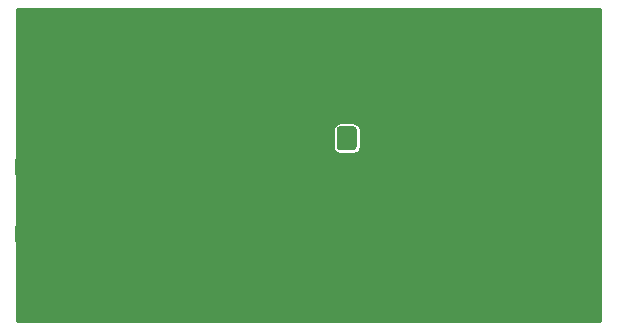
<source format=gbr>
%TF.GenerationSoftware,KiCad,Pcbnew,5.1.9-73d0e3b20d~88~ubuntu20.04.1*%
%TF.CreationDate,2021-01-30T11:41:37+01:00*%
%TF.ProjectId,mhl21336_pa,6d686c32-3133-4333-965f-70612e6b6963,1*%
%TF.SameCoordinates,Original*%
%TF.FileFunction,Copper,L2,Bot*%
%TF.FilePolarity,Positive*%
%FSLAX46Y46*%
G04 Gerber Fmt 4.6, Leading zero omitted, Abs format (unit mm)*
G04 Created by KiCad (PCBNEW 5.1.9-73d0e3b20d~88~ubuntu20.04.1) date 2021-01-30 11:41:37*
%MOMM*%
%LPD*%
G01*
G04 APERTURE LIST*
%TA.AperFunction,ComponentPad*%
%ADD10O,1.700000X2.000000*%
%TD*%
%TA.AperFunction,SMDPad,CuDef*%
%ADD11R,4.200000X1.350000*%
%TD*%
%TA.AperFunction,ComponentPad*%
%ADD12C,5.600000*%
%TD*%
%TA.AperFunction,ViaPad*%
%ADD13C,0.800000*%
%TD*%
%TA.AperFunction,Conductor*%
%ADD14C,0.254000*%
%TD*%
%TA.AperFunction,Conductor*%
%ADD15C,0.100000*%
%TD*%
G04 APERTURE END LIST*
D10*
%TO.P,J3,2*%
%TO.N,GND*%
X134250000Y-54250000D03*
%TO.P,J3,1*%
%TO.N,Net-(C2-Pad1)*%
%TA.AperFunction,ComponentPad*%
G36*
G01*
X130900000Y-55000000D02*
X130900000Y-53500000D01*
G75*
G02*
X131150000Y-53250000I250000J0D01*
G01*
X132350000Y-53250000D01*
G75*
G02*
X132600000Y-53500000I0J-250000D01*
G01*
X132600000Y-55000000D01*
G75*
G02*
X132350000Y-55250000I-250000J0D01*
G01*
X131150000Y-55250000D01*
G75*
G02*
X130900000Y-55000000I0J250000D01*
G01*
G37*
%TD.AperFunction*%
%TD*%
D11*
%TO.P,J2,2*%
%TO.N,GND*%
X151300000Y-56675000D03*
X151300000Y-62325000D03*
%TD*%
%TO.P,J1,2*%
%TO.N,GND*%
X105750000Y-62325000D03*
X105750000Y-56675000D03*
%TD*%
D12*
%TO.P,H4,1*%
%TO.N,GND*%
X144000000Y-66000000D03*
%TD*%
%TO.P,H3,1*%
%TO.N,GND*%
X113000000Y-66000000D03*
%TD*%
%TO.P,H2,1*%
%TO.N,GND*%
X150000000Y-46500000D03*
%TD*%
%TO.P,H1,1*%
%TO.N,GND*%
X107000000Y-46500000D03*
%TD*%
D13*
%TO.N,GND*%
X107750000Y-64500000D03*
X106250000Y-67500000D03*
X104750000Y-64500000D03*
X107750000Y-69000000D03*
X106250000Y-64500000D03*
X104750000Y-66000000D03*
X105500000Y-65250000D03*
X104750000Y-67500000D03*
X107750000Y-67500000D03*
X107000000Y-65250000D03*
X105500000Y-68250000D03*
X106250000Y-69000000D03*
X107000000Y-66750000D03*
X105500000Y-66750000D03*
X107750000Y-66000000D03*
X107000000Y-68250000D03*
X106250000Y-66000000D03*
X104750000Y-69000000D03*
X117750000Y-53750000D03*
X126250000Y-43750000D03*
X126250000Y-44750000D03*
X126250000Y-45750000D03*
X126250000Y-46750000D03*
X126250000Y-46750000D03*
X126250000Y-47750000D03*
X126250000Y-47750000D03*
X126250000Y-48750000D03*
X126250000Y-48750000D03*
X130500000Y-43750000D03*
X130500000Y-44750000D03*
X130500000Y-45750000D03*
X130500000Y-46750000D03*
X130500000Y-47750000D03*
X130500000Y-48750000D03*
X127250000Y-47250000D03*
X127250000Y-45250000D03*
X129500000Y-44250000D03*
X129500000Y-46250000D03*
X129500000Y-48250000D03*
X129500000Y-45250000D03*
X129500000Y-47250000D03*
X127250000Y-48250000D03*
X127250000Y-46250000D03*
X127250000Y-44250000D03*
X104250000Y-55500000D03*
X105250000Y-55500000D03*
X106250000Y-55500000D03*
X107250000Y-55500000D03*
X108250000Y-55500000D03*
X108250000Y-56500000D03*
X104250000Y-63500000D03*
X105250000Y-63500000D03*
X106250000Y-63500000D03*
X107250000Y-63500000D03*
X108250000Y-63500000D03*
X108250000Y-62500000D03*
X118750000Y-55500000D03*
X119750000Y-55500000D03*
X118750000Y-52000000D03*
X119750000Y-52000000D03*
X117750000Y-52750000D03*
X117750000Y-54750000D03*
X149250000Y-64500000D03*
X152250000Y-64500000D03*
X150750000Y-64500000D03*
X149250000Y-67500000D03*
X150000000Y-68250000D03*
X149250000Y-69000000D03*
X150750000Y-69000000D03*
X150750000Y-67500000D03*
X152250000Y-67500000D03*
X151500000Y-68250000D03*
X152250000Y-69000000D03*
X150000000Y-66750000D03*
X151500000Y-66750000D03*
X152250000Y-66000000D03*
X150750000Y-66000000D03*
X149250000Y-66000000D03*
X151500000Y-65250000D03*
X150000000Y-65250000D03*
X110250000Y-55000000D03*
X110250000Y-56000000D03*
X110250000Y-49000000D03*
X110250000Y-50000000D03*
X111000000Y-50750000D03*
X111000000Y-48250000D03*
X111000000Y-54250000D03*
X111000000Y-56750000D03*
X120000000Y-60500000D03*
X152500000Y-55500000D03*
X151500000Y-55500000D03*
X150500000Y-55500000D03*
X149500000Y-55500000D03*
X148750000Y-56000000D03*
X148750000Y-57000000D03*
X152500000Y-63500000D03*
X151500000Y-63500000D03*
X150500000Y-63500000D03*
X149500000Y-63500000D03*
X148750000Y-63000000D03*
X148750000Y-62000000D03*
%TD*%
D14*
%TO.N,GND*%
X153196001Y-69696000D02*
X103804000Y-69696000D01*
X103804000Y-53500000D01*
X130571418Y-53500000D01*
X130571418Y-55000000D01*
X130582535Y-55112876D01*
X130615460Y-55221414D01*
X130668927Y-55321443D01*
X130740881Y-55409119D01*
X130828557Y-55481073D01*
X130928586Y-55534540D01*
X131037124Y-55567465D01*
X131150000Y-55578582D01*
X132350000Y-55578582D01*
X132462876Y-55567465D01*
X132571414Y-55534540D01*
X132671443Y-55481073D01*
X132759119Y-55409119D01*
X132831073Y-55321443D01*
X132884540Y-55221414D01*
X132917465Y-55112876D01*
X132928582Y-55000000D01*
X132928582Y-53500000D01*
X132917465Y-53387124D01*
X132884540Y-53278586D01*
X132831073Y-53178557D01*
X132759119Y-53090881D01*
X132671443Y-53018927D01*
X132571414Y-52965460D01*
X132462876Y-52932535D01*
X132350000Y-52921418D01*
X131150000Y-52921418D01*
X131037124Y-52932535D01*
X130928586Y-52965460D01*
X130828557Y-53018927D01*
X130740881Y-53090881D01*
X130668927Y-53178557D01*
X130615460Y-53278586D01*
X130582535Y-53387124D01*
X130571418Y-53500000D01*
X103804000Y-53500000D01*
X103804000Y-43304000D01*
X153196000Y-43304000D01*
X153196001Y-69696000D01*
%TA.AperFunction,Conductor*%
D15*
G36*
X153196001Y-69696000D02*
G01*
X103804000Y-69696000D01*
X103804000Y-53500000D01*
X130571418Y-53500000D01*
X130571418Y-55000000D01*
X130582535Y-55112876D01*
X130615460Y-55221414D01*
X130668927Y-55321443D01*
X130740881Y-55409119D01*
X130828557Y-55481073D01*
X130928586Y-55534540D01*
X131037124Y-55567465D01*
X131150000Y-55578582D01*
X132350000Y-55578582D01*
X132462876Y-55567465D01*
X132571414Y-55534540D01*
X132671443Y-55481073D01*
X132759119Y-55409119D01*
X132831073Y-55321443D01*
X132884540Y-55221414D01*
X132917465Y-55112876D01*
X132928582Y-55000000D01*
X132928582Y-53500000D01*
X132917465Y-53387124D01*
X132884540Y-53278586D01*
X132831073Y-53178557D01*
X132759119Y-53090881D01*
X132671443Y-53018927D01*
X132571414Y-52965460D01*
X132462876Y-52932535D01*
X132350000Y-52921418D01*
X131150000Y-52921418D01*
X131037124Y-52932535D01*
X130928586Y-52965460D01*
X130828557Y-53018927D01*
X130740881Y-53090881D01*
X130668927Y-53178557D01*
X130615460Y-53278586D01*
X130582535Y-53387124D01*
X130571418Y-53500000D01*
X103804000Y-53500000D01*
X103804000Y-43304000D01*
X153196000Y-43304000D01*
X153196001Y-69696000D01*
G37*
%TD.AperFunction*%
%TD*%
M02*

</source>
